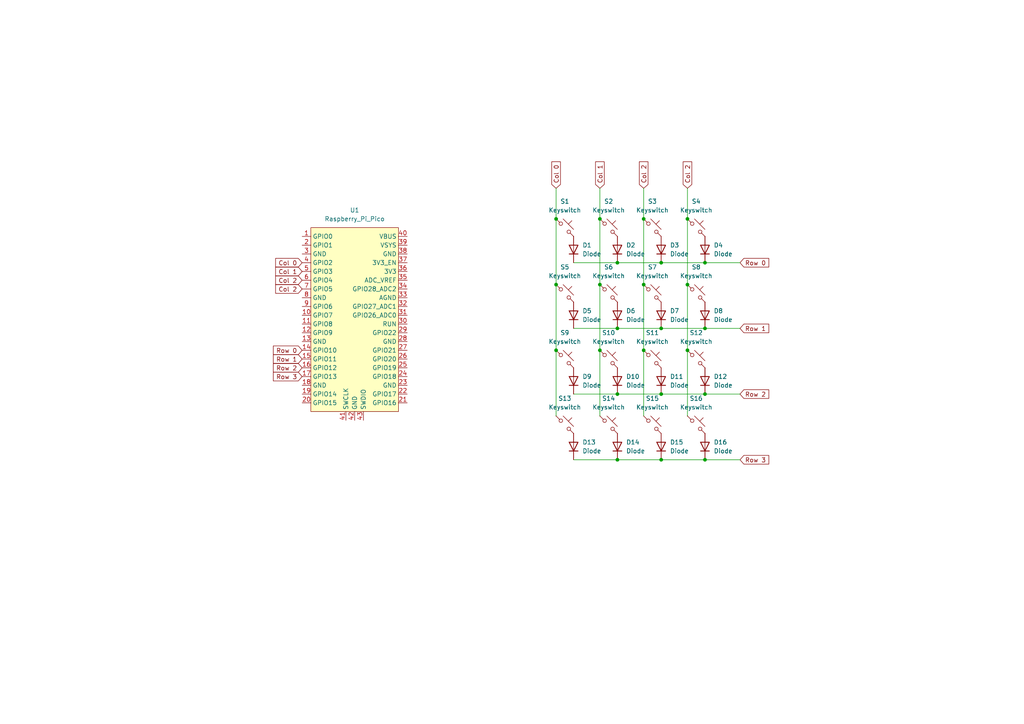
<source format=kicad_sch>
(kicad_sch (version 20230121) (generator eeschema)
  (paper "A4")
  (lib_symbols
    (symbol "extra:MCU_Raspberry_Pi_Pico"
      (property "Reference" "U" (at 0 0 0))
      (property "Value" "Raspberry_Pi_Pico" (at 0 27.94 0))
      (symbol "MCU_Raspberry_Pi_Pico_0_1"
        (rectangle (start -12.7 26.67) (end 12.7 -26.67) (fill (type background)))
      )
      (symbol "MCU_Raspberry_Pi_Pico_1_1"
        (pin bidirectional line (at -15.24 24.13 0) (length 2.54) (name "GPIO0") (number "1"))
        (pin bidirectional line (at -15.24 1.27 0) (length 2.54) (name "GPIO7") (number "10"))
        (pin bidirectional line (at -15.24 -1.27 0) (length 2.54) (name "GPIO8") (number "11"))
        (pin bidirectional line (at -15.24 -3.81 0) (length 2.54) (name "GPIO9") (number "12"))
        (pin power_in line (at -15.24 -6.35 0) (length 2.54) (name "GND") (number "13"))
        (pin bidirectional line (at -15.24 -8.89 0) (length 2.54) (name "GPIO10") (number "14"))
        (pin bidirectional line (at -15.24 -11.43 0) (length 2.54) (name "GPIO11") (number "15"))
        (pin bidirectional line (at -15.24 -13.97 0) (length 2.54) (name "GPIO12") (number "16"))
        (pin bidirectional line (at -15.24 -16.51 0) (length 2.54) (name "GPIO13") (number "17"))
        (pin power_in line (at -15.24 -19.05 0) (length 2.54) (name "GND") (number "18"))
        (pin bidirectional line (at -15.24 -21.59 0) (length 2.54) (name "GPIO14") (number "19"))
        (pin bidirectional line (at -15.24 21.59 0) (length 2.54) (name "GPIO1") (number "2"))
        (pin bidirectional line (at -15.24 -24.13 0) (length 2.54) (name "GPIO15") (number "20"))
        (pin bidirectional line (at 15.24 -24.13 180) (length 2.54) (name "GPIO16") (number "21"))
        (pin bidirectional line (at 15.24 -21.59 180) (length 2.54) (name "GPIO17") (number "22"))
        (pin power_in line (at 15.24 -19.05 180) (length 2.54) (name "GND") (number "23"))
        (pin bidirectional line (at 15.24 -16.51 180) (length 2.54) (name "GPIO18") (number "24"))
        (pin bidirectional line (at 15.24 -13.97 180) (length 2.54) (name "GPIO19") (number "25"))
        (pin bidirectional line (at 15.24 -11.43 180) (length 2.54) (name "GPIO20") (number "26"))
        (pin bidirectional line (at 15.24 -8.89 180) (length 2.54) (name "GPIO21") (number "27"))
        (pin power_in line (at 15.24 -6.35 180) (length 2.54) (name "GND") (number "28"))
        (pin bidirectional line (at 15.24 -3.81 180) (length 2.54) (name "GPIO22") (number "29"))
        (pin power_in line (at -15.24 19.05 0) (length 2.54) (name "GND") (number "3"))
        (pin input line (at 15.24 -1.27 180) (length 2.54) (name "RUN") (number "30"))
        (pin bidirectional line (at 15.24 1.27 180) (length 2.54) (name "GPIO26_ADC0") (number "31"))
        (pin bidirectional line (at 15.24 3.81 180) (length 2.54) (name "GPIO27_ADC1") (number "32"))
        (pin power_in line (at 15.24 6.35 180) (length 2.54) (name "AGND") (number "33"))
        (pin bidirectional line (at 15.24 8.89 180) (length 2.54) (name "GPIO28_ADC2") (number "34"))
        (pin power_in line (at 15.24 11.43 180) (length 2.54) (name "ADC_VREF") (number "35"))
        (pin power_in line (at 15.24 13.97 180) (length 2.54) (name "3V3") (number "36"))
        (pin input line (at 15.24 16.51 180) (length 2.54) (name "3V3_EN") (number "37"))
        (pin bidirectional line (at 15.24 19.05 180) (length 2.54) (name "GND") (number "38"))
        (pin power_in line (at 15.24 21.59 180) (length 2.54) (name "VSYS") (number "39"))
        (pin bidirectional line (at -15.24 16.51 0) (length 2.54) (name "GPIO2") (number "4"))
        (pin power_in line (at 15.24 24.13 180) (length 2.54) (name "VBUS") (number "40"))
        (pin input line (at -2.54 -29.21 90) (length 2.54) (name "SWCLK") (number "41"))
        (pin power_in line (at 0 -29.21 90) (length 2.54) (name "GND") (number "42"))
        (pin bidirectional line (at 2.54 -29.21 90) (length 2.54) (name "SWDIO") (number "43"))
        (pin bidirectional line (at -15.24 13.97 0) (length 2.54) (name "GPIO3") (number "5"))
        (pin bidirectional line (at -15.24 11.43 0) (length 2.54) (name "GPIO4") (number "6"))
        (pin bidirectional line (at -15.24 8.89 0) (length 2.54) (name "GPIO5") (number "7"))
        (pin power_in line (at -15.24 6.35 0) (length 2.54) (name "GND") (number "8"))
        (pin bidirectional line (at -15.24 3.81 0) (length 2.54) (name "GPIO6") (number "9"))
      )
    )
    (symbol "extra:Placeholder_Diode" (pin_numbers hide) (pin_names hide)
      (property "Reference" "D" (at 0 2.54 0))
      (property "Value" "Diode" (at 0 -2.54 0))
      (symbol "Placeholder_Diode_0_1"
        (polyline (pts (xy -1.27 1.27) (xy -1.27 -1.27)) (stroke (width 0.254)))
        (polyline (pts (xy 1.27 0) (xy -1.27 0)))
        (polyline (pts (xy 1.27 1.27) (xy 1.27 -1.27) (xy -1.27 0) (xy 1.27 1.27)) (stroke (width 0.254)))
      )
      (symbol "Placeholder_Diode_1_1"
        (pin passive line (at -3.81 0 0) (length 2.54) (name "K") (number "1"))
        (pin passive line (at 3.81 0 180) (length 2.54) (name "A") (number "2"))
      )
    )
    (symbol "extra:Placeholder_Keyswitch" (pin_numbers hide) (pin_names (offset 1.016) hide)
      (property "Reference" "S" (at 3.048 1.016 0))
      (property "Value" "Keyswitch" (at 0 -3.81 0))
      (symbol "Placeholder_Keyswitch_0_1"
        (circle (center -1.1684 1.1684) (radius 0.508))
        (polyline (pts (xy -0.508 2.54) (xy 2.54 -0.508)))
        (polyline (pts (xy 1.016 1.016) (xy 2.032 2.032)))
        (polyline (pts (xy -2.54 2.54) (xy -1.524 1.524) (xy -1.524 1.524)))
        (polyline (pts (xy 1.524 -1.524) (xy 2.54 -2.54) (xy 2.54 -2.54) (xy 2.54 -2.54)))
        (circle (center 1.143 -1.1938) (radius 0.508))
        (pin passive line (at -2.54 2.54 0) (length 0) (name "1") (number "1"))
        (pin passive line (at 2.54 -2.54 180) (length 0) (name "2") (number "2"))
      )
    )
  )
  (junction (at 191.77 76.2))
  (junction (at 173.99 63.5))
  (junction (at 186.69 82.55))
  (junction (at 179.07 76.2))
  (junction (at 204.47 76.2))
  (junction (at 173.99 101.6))
  (junction (at 199.39 82.55))
  (junction (at 186.69 101.6))
  (junction (at 191.77 133.35))
  (junction (at 204.47 133.35))
  (junction (at 204.47 114.3))
  (junction (at 161.29 63.5))
  (junction (at 199.39 63.5))
  (junction (at 179.07 114.3))
  (junction (at 161.29 82.55))
  (junction (at 204.47 95.25))
  (junction (at 179.07 133.35))
  (junction (at 161.29 101.6))
  (junction (at 179.07 95.25))
  (junction (at 199.39 101.6))
  (junction (at 191.77 114.3))
  (junction (at 173.99 82.55))
  (junction (at 191.77 95.25))
  (junction (at 186.69 63.5))
  (wire (pts (xy 161.29 63.5) (xy 161.29 82.55)))
  (wire (pts (xy 161.29 82.55) (xy 161.29 101.6)))
  (wire (pts (xy 166.37 95.25) (xy 179.07 95.25)))
  (wire (pts (xy 161.29 101.6) (xy 161.29 120.65)))
  (wire (pts (xy 191.77 76.2) (xy 204.47 76.2)))
  (wire (pts (xy 186.69 54.61) (xy 186.69 63.5)))
  (wire (pts (xy 166.37 133.35) (xy 179.07 133.35)))
  (wire (pts (xy 214.63 114.3) (xy 204.47 114.3)))
  (wire (pts (xy 199.39 101.6) (xy 199.39 120.65)))
  (wire (pts (xy 166.37 114.3) (xy 179.07 114.3)))
  (wire (pts (xy 186.69 101.6) (xy 186.69 120.65)))
  (wire (pts (xy 199.39 82.55) (xy 199.39 101.6)))
  (wire (pts (xy 204.47 95.25) (xy 214.63 95.25)))
  (wire (pts (xy 199.39 54.61) (xy 199.39 63.5)))
  (wire (pts (xy 179.07 95.25) (xy 191.77 95.25)))
  (wire (pts (xy 173.99 54.61) (xy 173.99 63.5)))
  (wire (pts (xy 173.99 82.55) (xy 173.99 101.6)))
  (wire (pts (xy 186.69 82.55) (xy 186.69 101.6)))
  (wire (pts (xy 186.69 63.5) (xy 186.69 82.55)))
  (wire (pts (xy 191.77 95.25) (xy 204.47 95.25)))
  (wire (pts (xy 191.77 133.35) (xy 204.47 133.35)))
  (wire (pts (xy 214.63 76.2) (xy 204.47 76.2)))
  (wire (pts (xy 199.39 63.5) (xy 199.39 82.55)))
  (wire (pts (xy 161.29 54.61) (xy 161.29 63.5)))
  (wire (pts (xy 173.99 63.5) (xy 173.99 82.55)))
  (wire (pts (xy 173.99 101.6) (xy 173.99 120.65)))
  (wire (pts (xy 191.77 114.3) (xy 204.47 114.3)))
  (wire (pts (xy 214.63 133.35) (xy 204.47 133.35)))
  (wire (pts (xy 179.07 114.3) (xy 191.77 114.3)))
  (wire (pts (xy 166.37 76.2) (xy 179.07 76.2)))
  (wire (pts (xy 179.07 133.35) (xy 191.77 133.35)))
  (wire (pts (xy 179.07 76.2) (xy 191.77 76.2)))
  (global_label "Col 2" (shape input) (at 186.69 54.61 90) (property "Intersheetrefs" "${INTERSHEET_REFS}" (effects hide)))
  (global_label "Row 2" (shape input) (at 214.63 114.3 0) (property "Intersheetrefs" "${INTERSHEET_REFS}" (effects hide)))
  (global_label "Row 2" (shape input) (at 87.63 106.68 180) (property "Intersheetrefs" "${INTERSHEET_REFS}" (effects hide)))
  (global_label "Row 3" (shape input) (at 214.63 133.35 0) (property "Intersheetrefs" "${INTERSHEET_REFS}" (effects hide)))
  (global_label "Row 1" (shape input) (at 87.63 104.14 180) (property "Intersheetrefs" "${INTERSHEET_REFS}" (effects hide)))
  (global_label "Row 0" (shape input) (at 87.63 101.6 180) (property "Intersheetrefs" "${INTERSHEET_REFS}" (effects hide)))
  (global_label "Row 1" (shape input) (at 214.63 95.25 0) (property "Intersheetrefs" "${INTERSHEET_REFS}" (effects hide)))
  (global_label "Col 2" (shape input) (at 199.39 54.61 90) (property "Intersheetrefs" "${INTERSHEET_REFS}" (effects hide)))
  (global_label "Col 0" (shape input) (at 161.29 54.61 90) (property "Intersheetrefs" "${INTERSHEET_REFS}" (effects hide)))
  (global_label "Col 2" (shape input) (at 87.63 83.82 180) (property "Intersheetrefs" "${INTERSHEET_REFS}" (effects hide)))
  (global_label "Col 2" (shape input) (at 87.63 81.28 180) (property "Intersheetrefs" "${INTERSHEET_REFS}" (effects hide)))
  (global_label "Col 0" (shape input) (at 87.63 76.2 180) (property "Intersheetrefs" "${INTERSHEET_REFS}" (effects hide)))
  (global_label "Row 0" (shape input) (at 214.63 76.2 0) (property "Intersheetrefs" "${INTERSHEET_REFS}" (effects hide)))
  (global_label "Row 3" (shape input) (at 87.63 109.22 180) (property "Intersheetrefs" "${INTERSHEET_REFS}" (effects hide)))
  (global_label "Col 1" (shape input) (at 87.63 78.74 180) (property "Intersheetrefs" "${INTERSHEET_REFS}" (effects hide)))
  (global_label "Col 1" (shape input) (at 173.99 54.61 90) (property "Intersheetrefs" "${INTERSHEET_REFS}" (effects hide)))
  (symbol (lib_id "extra:Placeholder_Keyswitch") (at 189.23 66.04 0) (unit 1)
    (property "Reference" "S3" (at 189.23 58.42 0))
    (property "Value" "Keyswitch" (at 189.23 60.96 0))
    (property "Footprint" "Button_Switch_Keyboard:SW_Cherry_MX_1.00u_PCB" (effects hide))
  )
  (symbol (lib_id "extra:Placeholder_Keyswitch") (at 176.53 123.19 0) (unit 1)
    (property "Reference" "S14" (at 176.53 115.57 0))
    (property "Value" "Keyswitch" (at 176.53 118.11 0))
    (property "Footprint" "Button_Switch_Keyboard:SW_Cherry_MX_1.00u_PCB" (effects hide))
  )
  (symbol (lib_id "extra:Placeholder_Diode") (at 191.77 91.44 90) (unit 1)
    (property "Reference" "D7" (at 194.31 90.17 90) (effects (justify right)))
    (property "Value" "Diode" (at 194.31 92.71 90) (effects (justify right)))
    (property "Footprint" "Components:Diode_DO-35" (effects hide))
    (property "Sim.Device" "D" (effects hide))
    (property "Sim.Pins" "1=K 2=A" (effects hide))
  )
  (symbol (lib_id "extra:Placeholder_Diode") (at 166.37 91.44 90) (unit 1)
    (property "Reference" "D5" (at 168.91 90.17 90) (effects (justify right)))
    (property "Value" "Diode" (at 168.91 92.71 90) (effects (justify right)))
    (property "Footprint" "Components:Diode_DO-35" (effects hide))
    (property "Sim.Device" "D" (effects hide))
    (property "Sim.Pins" "1=K 2=A" (effects hide))
  )
  (symbol (lib_id "extra:Placeholder_Keyswitch") (at 189.23 123.19 0) (unit 1)
    (property "Reference" "S15" (at 189.23 115.57 0))
    (property "Value" "Keyswitch" (at 189.23 118.11 0))
    (property "Footprint" "Button_Switch_Keyboard:SW_Cherry_MX_1.00u_PCB" (effects hide))
  )
  (symbol (lib_id "extra:Placeholder_Diode") (at 166.37 110.49 90) (unit 1)
    (property "Reference" "D9" (at 168.91 109.22 90) (effects (justify right)))
    (property "Value" "Diode" (at 168.91 111.76 90) (effects (justify right)))
    (property "Footprint" "Components:Diode_DO-35" (effects hide))
    (property "Sim.Device" "D" (effects hide))
    (property "Sim.Pins" "1=K 2=A" (effects hide))
  )
  (symbol (lib_id "extra:Placeholder_Keyswitch") (at 163.83 85.09 0) (unit 1)
    (property "Reference" "S5" (at 163.83 77.47 0))
    (property "Value" "Keyswitch" (at 163.83 80.01 0))
    (property "Footprint" "Button_Switch_Keyboard:SW_Cherry_MX_1.00u_PCB" (effects hide))
  )
  (symbol (lib_id "extra:Placeholder_Keyswitch") (at 201.93 66.04 0) (unit 1)
    (property "Reference" "S4" (at 201.93 58.42 0))
    (property "Value" "Keyswitch" (at 201.93 60.96 0))
    (property "Footprint" "Button_Switch_Keyboard:SW_Cherry_MX_1.00u_PCB" (effects hide))
  )
  (symbol (lib_id "extra:Placeholder_Keyswitch") (at 163.83 66.04 0) (unit 1)
    (property "Reference" "S1" (at 163.83 58.42 0))
    (property "Value" "Keyswitch" (at 163.83 60.96 0))
    (property "Footprint" "Button_Switch_Keyboard:SW_Cherry_MX_1.00u_PCB" (effects hide))
  )
  (symbol (lib_id "extra:Placeholder_Diode") (at 191.77 129.54 90) (unit 1)
    (property "Reference" "D15" (at 194.31 128.27 90) (effects (justify right)))
    (property "Value" "Diode" (at 194.31 130.81 90) (effects (justify right)))
    (property "Footprint" "Components:Diode_DO-35" (effects hide))
    (property "Sim.Device" "D" (effects hide))
    (property "Sim.Pins" "1=K 2=A" (effects hide))
  )
  (symbol (lib_id "extra:Placeholder_Diode") (at 179.07 72.39 90) (unit 1)
    (property "Reference" "D2" (at 181.61 71.12 90) (effects (justify right)))
    (property "Value" "Diode" (at 181.61 73.66 90) (effects (justify right)))
    (property "Footprint" "Components:Diode_DO-35" (effects hide))
    (property "Sim.Device" "D" (effects hide))
    (property "Sim.Pins" "1=K 2=A" (effects hide))
  )
  (symbol (lib_id "extra:Placeholder_Diode") (at 166.37 129.54 90) (unit 1)
    (property "Reference" "D13" (at 168.91 128.27 90) (effects (justify right)))
    (property "Value" "Diode" (at 168.91 130.81 90) (effects (justify right)))
    (property "Footprint" "Components:Diode_DO-35" (effects hide))
    (property "Sim.Device" "D" (effects hide))
    (property "Sim.Pins" "1=K 2=A" (effects hide))
  )
  (symbol (lib_id "extra:Placeholder_Keyswitch") (at 201.93 123.19 0) (unit 1)
    (property "Reference" "S16" (at 201.93 115.57 0))
    (property "Value" "Keyswitch" (at 201.93 118.11 0))
    (property "Footprint" "Button_Switch_Keyboard:SW_Cherry_MX_1.00u_PCB" (effects hide))
  )
  (symbol (lib_id "extra:Placeholder_Diode") (at 204.47 72.39 90) (unit 1)
    (property "Reference" "D4" (at 207.01 71.12 90) (effects (justify right)))
    (property "Value" "Diode" (at 207.01 73.66 90) (effects (justify right)))
    (property "Footprint" "Components:Diode_DO-35" (effects hide))
    (property "Sim.Device" "D" (effects hide))
    (property "Sim.Pins" "1=K 2=A" (effects hide))
  )
  (symbol (lib_id "extra:Placeholder_Diode") (at 179.07 110.49 90) (unit 1)
    (property "Reference" "D10" (at 181.61 109.22 90) (effects (justify right)))
    (property "Value" "Diode" (at 181.61 111.76 90) (effects (justify right)))
    (property "Footprint" "Components:Diode_DO-35" (effects hide))
    (property "Sim.Device" "D" (effects hide))
    (property "Sim.Pins" "1=K 2=A" (effects hide))
  )
  (symbol (lib_id "extra:Placeholder_Keyswitch") (at 201.93 85.09 0) (unit 1)
    (property "Reference" "S8" (at 201.93 77.47 0))
    (property "Value" "Keyswitch" (at 201.93 80.01 0))
    (property "Footprint" "Button_Switch_Keyboard:SW_Cherry_MX_1.00u_PCB" (effects hide))
  )
  (symbol (lib_id "extra:Placeholder_Keyswitch") (at 189.23 104.14 0) (unit 1)
    (property "Reference" "S11" (at 189.23 96.52 0))
    (property "Value" "Keyswitch" (at 189.23 99.06 0))
    (property "Footprint" "Button_Switch_Keyboard:SW_Cherry_MX_1.00u_PCB" (effects hide))
  )
  (symbol (lib_id "extra:Placeholder_Diode") (at 179.07 91.44 90) (unit 1)
    (property "Reference" "D6" (at 181.61 90.17 90) (effects (justify right)))
    (property "Value" "Diode" (at 181.61 92.71 90) (effects (justify right)))
    (property "Footprint" "Components:Diode_DO-35" (effects hide))
    (property "Sim.Device" "D" (effects hide))
    (property "Sim.Pins" "1=K 2=A" (effects hide))
  )
  (symbol (lib_id "extra:Placeholder_Diode") (at 191.77 72.39 90) (unit 1)
    (property "Reference" "D3" (at 194.31 71.12 90) (effects (justify right)))
    (property "Value" "Diode" (at 194.31 73.66 90) (effects (justify right)))
    (property "Footprint" "Components:Diode_DO-35" (effects hide))
    (property "Sim.Device" "D" (effects hide))
    (property "Sim.Pins" "1=K 2=A" (effects hide))
  )
  (symbol (lib_id "extra:Placeholder_Diode") (at 166.37 72.39 90) (unit 1)
    (property "Reference" "D1" (at 168.91 71.12 90) (effects (justify right)))
    (property "Value" "Diode" (at 168.91 73.66 90) (effects (justify right)))
    (property "Footprint" "Components:Diode_DO-35" (effects hide))
    (property "Sim.Device" "D" (effects hide))
    (property "Sim.Pins" "1=K 2=A" (effects hide))
  )
  (symbol (lib_id "extra:Placeholder_Diode") (at 204.47 91.44 90) (unit 1)
    (property "Reference" "D8" (at 207.01 90.17 90) (effects (justify right)))
    (property "Value" "Diode" (at 207.01 92.71 90) (effects (justify right)))
    (property "Footprint" "Components:Diode_DO-35" (effects hide))
    (property "Sim.Device" "D" (effects hide))
    (property "Sim.Pins" "1=K 2=A" (effects hide))
  )
  (symbol (lib_id "extra:Placeholder_Keyswitch") (at 176.53 104.14 0) (unit 1)
    (property "Reference" "S10" (at 176.53 96.52 0))
    (property "Value" "Keyswitch" (at 176.53 99.06 0))
    (property "Footprint" "Button_Switch_Keyboard:SW_Cherry_MX_1.00u_PCB" (effects hide))
  )
  (symbol (lib_id "extra:Placeholder_Diode") (at 191.77 110.49 90) (unit 1)
    (property "Reference" "D11" (at 194.31 109.22 90) (effects (justify right)))
    (property "Value" "Diode" (at 194.31 111.76 90) (effects (justify right)))
    (property "Footprint" "Components:Diode_DO-35" (effects hide))
    (property "Sim.Device" "D" (effects hide))
    (property "Sim.Pins" "1=K 2=A" (effects hide))
  )
  (symbol (lib_id "extra:Placeholder_Diode") (at 204.47 129.54 90) (unit 1)
    (property "Reference" "D16" (at 207.01 128.27 90) (effects (justify right)))
    (property "Value" "Diode" (at 207.01 130.81 90) (effects (justify right)))
    (property "Footprint" "Components:Diode_DO-35" (effects hide))
    (property "Sim.Device" "D" (effects hide))
    (property "Sim.Pins" "1=K 2=A" (effects hide))
  )
  (symbol (lib_id "extra:Placeholder_Keyswitch") (at 176.53 66.04 0) (unit 1)
    (property "Reference" "S2" (at 176.53 58.42 0))
    (property "Value" "Keyswitch" (at 176.53 60.96 0))
    (property "Footprint" "Button_Switch_Keyboard:SW_Cherry_MX_1.00u_PCB" (effects hide))
  )
  (symbol (lib_id "extra:Placeholder_Keyswitch") (at 176.53 85.09 0) (unit 1)
    (property "Reference" "S6" (at 176.53 77.47 0))
    (property "Value" "Keyswitch" (at 176.53 80.01 0))
    (property "Footprint" "Button_Switch_Keyboard:SW_Cherry_MX_1.00u_PCB" (effects hide))
  )
  (symbol (lib_id "extra:Placeholder_Keyswitch") (at 163.83 104.14 0) (unit 1)
    (property "Reference" "S9" (at 163.83 96.52 0))
    (property "Value" "Keyswitch" (at 163.83 99.06 0))
    (property "Footprint" "Button_Switch_Keyboard:SW_Cherry_MX_1.00u_PCB" (effects hide))
  )
  (symbol (lib_id "extra:MCU_Raspberry_Pi_Pico") (at 102.87 92.71 0) (unit 1)
    (property "Reference" "U1" (at 102.87 60.96 0))
    (property "Value" "Raspberry_Pi_Pico" (at 102.87 63.5 0))
    (property "Footprint" "Extra_MCU:Raspberry_Pi_Pico" (effects hide))
  )
  (symbol (lib_id "extra:Placeholder_Diode") (at 204.47 110.49 90) (unit 1)
    (property "Reference" "D12" (at 207.01 109.22 90) (effects (justify right)))
    (property "Value" "Diode" (at 207.01 111.76 90) (effects (justify right)))
    (property "Footprint" "Components:Diode_DO-35" (effects hide))
    (property "Sim.Device" "D" (effects hide))
    (property "Sim.Pins" "1=K 2=A" (effects hide))
  )
  (symbol (lib_id "extra:Placeholder_Diode") (at 179.07 129.54 90) (unit 1)
    (property "Reference" "D14" (at 181.61 128.27 90) (effects (justify right)))
    (property "Value" "Diode" (at 181.61 130.81 90) (effects (justify right)))
    (property "Footprint" "Components:Diode_DO-35" (effects hide))
    (property "Sim.Device" "D" (effects hide))
    (property "Sim.Pins" "1=K 2=A" (effects hide))
  )
  (symbol (lib_id "extra:Placeholder_Keyswitch") (at 163.83 123.19 0) (unit 1)
    (property "Reference" "S13" (at 163.83 115.57 0))
    (property "Value" "Keyswitch" (at 163.83 118.11 0))
    (property "Footprint" "Button_Switch_Keyboard:SW_Cherry_MX_1.00u_PCB" (effects hide))
  )
  (symbol (lib_id "extra:Placeholder_Keyswitch") (at 189.23 85.09 0) (unit 1)
    (property "Reference" "S7" (at 189.23 77.47 0))
    (property "Value" "Keyswitch" (at 189.23 80.01 0))
    (property "Footprint" "Button_Switch_Keyboard:SW_Cherry_MX_1.00u_PCB" (effects hide))
  )
  (symbol (lib_id "extra:Placeholder_Keyswitch") (at 201.93 104.14 0) (unit 1)
    (property "Reference" "S12" (at 201.93 96.52 0))
    (property "Value" "Keyswitch" (at 201.93 99.06 0))
    (property "Footprint" "Button_Switch_Keyboard:SW_Cherry_MX_1.00u_PCB" (effects hide))
  )
)
</source>
